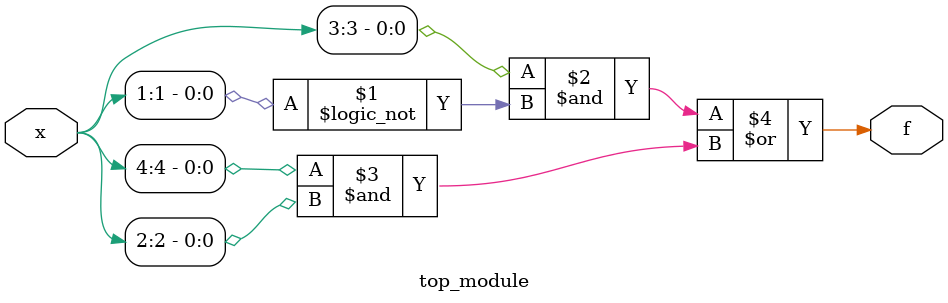
<source format=v>

module top_module (
    input [4:1] x, 
    output f );

    assign f = (x[3] & !x[1]) | (x[4] & x[2]);
    
endmodule

</source>
